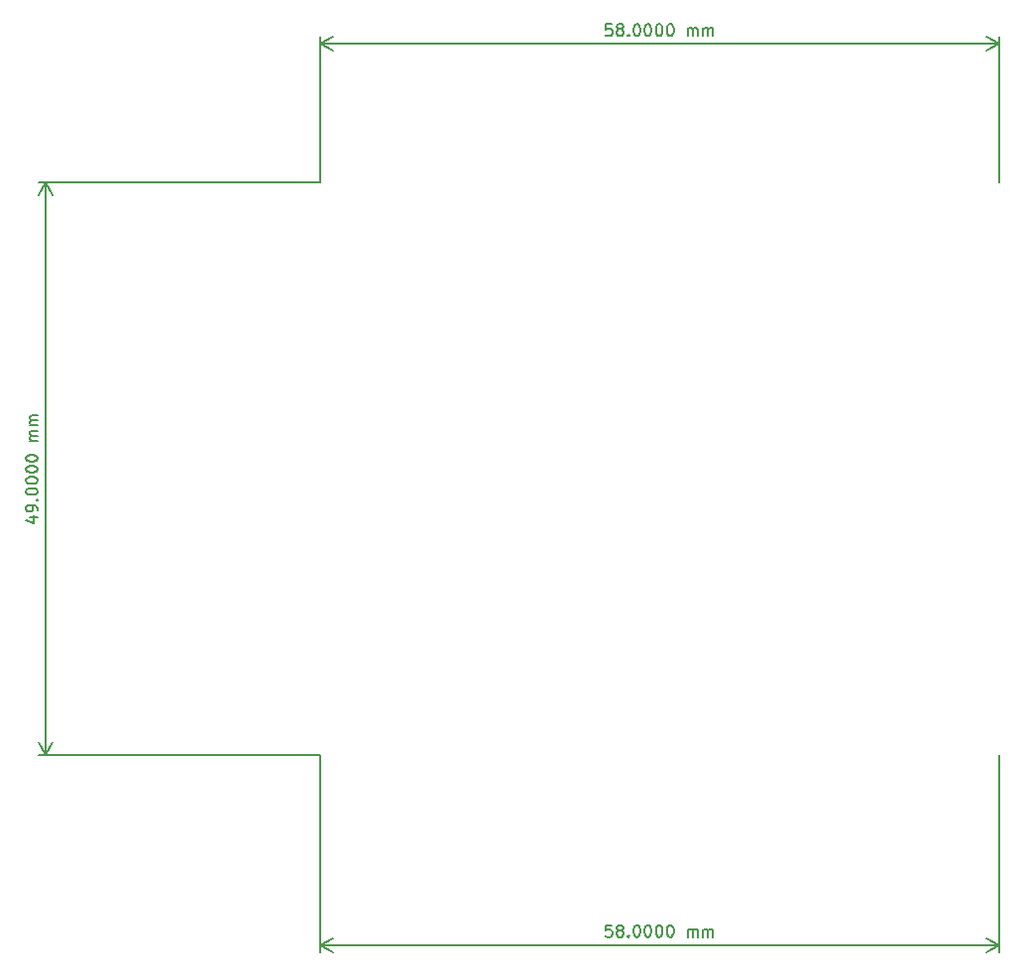
<source format=gbr>
G04 #@! TF.GenerationSoftware,KiCad,Pcbnew,7.0.1*
G04 #@! TF.CreationDate,2023-05-18T20:02:15+01:00*
G04 #@! TF.ProjectId,AnthC,416e7468-432e-46b6-9963-61645f706362,rev?*
G04 #@! TF.SameCoordinates,Original*
G04 #@! TF.FileFunction,Other,ECO1*
%FSLAX46Y46*%
G04 Gerber Fmt 4.6, Leading zero omitted, Abs format (unit mm)*
G04 Created by KiCad (PCBNEW 7.0.1) date 2023-05-18 20:02:15*
%MOMM*%
%LPD*%
G01*
G04 APERTURE LIST*
%ADD10C,0.150000*%
G04 APERTURE END LIST*
D10*
X158695952Y-127142856D02*
X159362619Y-127142856D01*
X158315000Y-127380951D02*
X159029285Y-127619046D01*
X159029285Y-127619046D02*
X159029285Y-126999999D01*
X159362619Y-126571427D02*
X159362619Y-126380951D01*
X159362619Y-126380951D02*
X159315000Y-126285713D01*
X159315000Y-126285713D02*
X159267380Y-126238094D01*
X159267380Y-126238094D02*
X159124523Y-126142856D01*
X159124523Y-126142856D02*
X158934047Y-126095237D01*
X158934047Y-126095237D02*
X158553095Y-126095237D01*
X158553095Y-126095237D02*
X158457857Y-126142856D01*
X158457857Y-126142856D02*
X158410238Y-126190475D01*
X158410238Y-126190475D02*
X158362619Y-126285713D01*
X158362619Y-126285713D02*
X158362619Y-126476189D01*
X158362619Y-126476189D02*
X158410238Y-126571427D01*
X158410238Y-126571427D02*
X158457857Y-126619046D01*
X158457857Y-126619046D02*
X158553095Y-126666665D01*
X158553095Y-126666665D02*
X158791190Y-126666665D01*
X158791190Y-126666665D02*
X158886428Y-126619046D01*
X158886428Y-126619046D02*
X158934047Y-126571427D01*
X158934047Y-126571427D02*
X158981666Y-126476189D01*
X158981666Y-126476189D02*
X158981666Y-126285713D01*
X158981666Y-126285713D02*
X158934047Y-126190475D01*
X158934047Y-126190475D02*
X158886428Y-126142856D01*
X158886428Y-126142856D02*
X158791190Y-126095237D01*
X159267380Y-125666665D02*
X159315000Y-125619046D01*
X159315000Y-125619046D02*
X159362619Y-125666665D01*
X159362619Y-125666665D02*
X159315000Y-125714284D01*
X159315000Y-125714284D02*
X159267380Y-125666665D01*
X159267380Y-125666665D02*
X159362619Y-125666665D01*
X158362619Y-124999999D02*
X158362619Y-124904761D01*
X158362619Y-124904761D02*
X158410238Y-124809523D01*
X158410238Y-124809523D02*
X158457857Y-124761904D01*
X158457857Y-124761904D02*
X158553095Y-124714285D01*
X158553095Y-124714285D02*
X158743571Y-124666666D01*
X158743571Y-124666666D02*
X158981666Y-124666666D01*
X158981666Y-124666666D02*
X159172142Y-124714285D01*
X159172142Y-124714285D02*
X159267380Y-124761904D01*
X159267380Y-124761904D02*
X159315000Y-124809523D01*
X159315000Y-124809523D02*
X159362619Y-124904761D01*
X159362619Y-124904761D02*
X159362619Y-124999999D01*
X159362619Y-124999999D02*
X159315000Y-125095237D01*
X159315000Y-125095237D02*
X159267380Y-125142856D01*
X159267380Y-125142856D02*
X159172142Y-125190475D01*
X159172142Y-125190475D02*
X158981666Y-125238094D01*
X158981666Y-125238094D02*
X158743571Y-125238094D01*
X158743571Y-125238094D02*
X158553095Y-125190475D01*
X158553095Y-125190475D02*
X158457857Y-125142856D01*
X158457857Y-125142856D02*
X158410238Y-125095237D01*
X158410238Y-125095237D02*
X158362619Y-124999999D01*
X158362619Y-124047618D02*
X158362619Y-123952380D01*
X158362619Y-123952380D02*
X158410238Y-123857142D01*
X158410238Y-123857142D02*
X158457857Y-123809523D01*
X158457857Y-123809523D02*
X158553095Y-123761904D01*
X158553095Y-123761904D02*
X158743571Y-123714285D01*
X158743571Y-123714285D02*
X158981666Y-123714285D01*
X158981666Y-123714285D02*
X159172142Y-123761904D01*
X159172142Y-123761904D02*
X159267380Y-123809523D01*
X159267380Y-123809523D02*
X159315000Y-123857142D01*
X159315000Y-123857142D02*
X159362619Y-123952380D01*
X159362619Y-123952380D02*
X159362619Y-124047618D01*
X159362619Y-124047618D02*
X159315000Y-124142856D01*
X159315000Y-124142856D02*
X159267380Y-124190475D01*
X159267380Y-124190475D02*
X159172142Y-124238094D01*
X159172142Y-124238094D02*
X158981666Y-124285713D01*
X158981666Y-124285713D02*
X158743571Y-124285713D01*
X158743571Y-124285713D02*
X158553095Y-124238094D01*
X158553095Y-124238094D02*
X158457857Y-124190475D01*
X158457857Y-124190475D02*
X158410238Y-124142856D01*
X158410238Y-124142856D02*
X158362619Y-124047618D01*
X158362619Y-123095237D02*
X158362619Y-122999999D01*
X158362619Y-122999999D02*
X158410238Y-122904761D01*
X158410238Y-122904761D02*
X158457857Y-122857142D01*
X158457857Y-122857142D02*
X158553095Y-122809523D01*
X158553095Y-122809523D02*
X158743571Y-122761904D01*
X158743571Y-122761904D02*
X158981666Y-122761904D01*
X158981666Y-122761904D02*
X159172142Y-122809523D01*
X159172142Y-122809523D02*
X159267380Y-122857142D01*
X159267380Y-122857142D02*
X159315000Y-122904761D01*
X159315000Y-122904761D02*
X159362619Y-122999999D01*
X159362619Y-122999999D02*
X159362619Y-123095237D01*
X159362619Y-123095237D02*
X159315000Y-123190475D01*
X159315000Y-123190475D02*
X159267380Y-123238094D01*
X159267380Y-123238094D02*
X159172142Y-123285713D01*
X159172142Y-123285713D02*
X158981666Y-123333332D01*
X158981666Y-123333332D02*
X158743571Y-123333332D01*
X158743571Y-123333332D02*
X158553095Y-123285713D01*
X158553095Y-123285713D02*
X158457857Y-123238094D01*
X158457857Y-123238094D02*
X158410238Y-123190475D01*
X158410238Y-123190475D02*
X158362619Y-123095237D01*
X158362619Y-122142856D02*
X158362619Y-122047618D01*
X158362619Y-122047618D02*
X158410238Y-121952380D01*
X158410238Y-121952380D02*
X158457857Y-121904761D01*
X158457857Y-121904761D02*
X158553095Y-121857142D01*
X158553095Y-121857142D02*
X158743571Y-121809523D01*
X158743571Y-121809523D02*
X158981666Y-121809523D01*
X158981666Y-121809523D02*
X159172142Y-121857142D01*
X159172142Y-121857142D02*
X159267380Y-121904761D01*
X159267380Y-121904761D02*
X159315000Y-121952380D01*
X159315000Y-121952380D02*
X159362619Y-122047618D01*
X159362619Y-122047618D02*
X159362619Y-122142856D01*
X159362619Y-122142856D02*
X159315000Y-122238094D01*
X159315000Y-122238094D02*
X159267380Y-122285713D01*
X159267380Y-122285713D02*
X159172142Y-122333332D01*
X159172142Y-122333332D02*
X158981666Y-122380951D01*
X158981666Y-122380951D02*
X158743571Y-122380951D01*
X158743571Y-122380951D02*
X158553095Y-122333332D01*
X158553095Y-122333332D02*
X158457857Y-122285713D01*
X158457857Y-122285713D02*
X158410238Y-122238094D01*
X158410238Y-122238094D02*
X158362619Y-122142856D01*
X159362619Y-120619046D02*
X158695952Y-120619046D01*
X158791190Y-120619046D02*
X158743571Y-120571427D01*
X158743571Y-120571427D02*
X158695952Y-120476189D01*
X158695952Y-120476189D02*
X158695952Y-120333332D01*
X158695952Y-120333332D02*
X158743571Y-120238094D01*
X158743571Y-120238094D02*
X158838809Y-120190475D01*
X158838809Y-120190475D02*
X159362619Y-120190475D01*
X158838809Y-120190475D02*
X158743571Y-120142856D01*
X158743571Y-120142856D02*
X158695952Y-120047618D01*
X158695952Y-120047618D02*
X158695952Y-119904761D01*
X158695952Y-119904761D02*
X158743571Y-119809522D01*
X158743571Y-119809522D02*
X158838809Y-119761903D01*
X158838809Y-119761903D02*
X159362619Y-119761903D01*
X159362619Y-119285713D02*
X158695952Y-119285713D01*
X158791190Y-119285713D02*
X158743571Y-119238094D01*
X158743571Y-119238094D02*
X158695952Y-119142856D01*
X158695952Y-119142856D02*
X158695952Y-118999999D01*
X158695952Y-118999999D02*
X158743571Y-118904761D01*
X158743571Y-118904761D02*
X158838809Y-118857142D01*
X158838809Y-118857142D02*
X159362619Y-118857142D01*
X158838809Y-118857142D02*
X158743571Y-118809523D01*
X158743571Y-118809523D02*
X158695952Y-118714285D01*
X158695952Y-118714285D02*
X158695952Y-118571428D01*
X158695952Y-118571428D02*
X158743571Y-118476189D01*
X158743571Y-118476189D02*
X158838809Y-118428570D01*
X158838809Y-118428570D02*
X159362619Y-118428570D01*
X183500000Y-98500000D02*
X159463580Y-98500000D01*
X183500000Y-147500000D02*
X159463580Y-147500000D01*
X160050000Y-98500000D02*
X160050000Y-147500000D01*
X160050000Y-98500000D02*
X160050000Y-147500000D01*
X160050000Y-98500000D02*
X160636421Y-99626504D01*
X160050000Y-98500000D02*
X159463579Y-99626504D01*
X160050000Y-147500000D02*
X159463579Y-146373496D01*
X160050000Y-147500000D02*
X160636421Y-146373496D01*
X208404762Y-85012619D02*
X207928572Y-85012619D01*
X207928572Y-85012619D02*
X207880953Y-85488809D01*
X207880953Y-85488809D02*
X207928572Y-85441190D01*
X207928572Y-85441190D02*
X208023810Y-85393571D01*
X208023810Y-85393571D02*
X208261905Y-85393571D01*
X208261905Y-85393571D02*
X208357143Y-85441190D01*
X208357143Y-85441190D02*
X208404762Y-85488809D01*
X208404762Y-85488809D02*
X208452381Y-85584047D01*
X208452381Y-85584047D02*
X208452381Y-85822142D01*
X208452381Y-85822142D02*
X208404762Y-85917380D01*
X208404762Y-85917380D02*
X208357143Y-85965000D01*
X208357143Y-85965000D02*
X208261905Y-86012619D01*
X208261905Y-86012619D02*
X208023810Y-86012619D01*
X208023810Y-86012619D02*
X207928572Y-85965000D01*
X207928572Y-85965000D02*
X207880953Y-85917380D01*
X209023810Y-85441190D02*
X208928572Y-85393571D01*
X208928572Y-85393571D02*
X208880953Y-85345952D01*
X208880953Y-85345952D02*
X208833334Y-85250714D01*
X208833334Y-85250714D02*
X208833334Y-85203095D01*
X208833334Y-85203095D02*
X208880953Y-85107857D01*
X208880953Y-85107857D02*
X208928572Y-85060238D01*
X208928572Y-85060238D02*
X209023810Y-85012619D01*
X209023810Y-85012619D02*
X209214286Y-85012619D01*
X209214286Y-85012619D02*
X209309524Y-85060238D01*
X209309524Y-85060238D02*
X209357143Y-85107857D01*
X209357143Y-85107857D02*
X209404762Y-85203095D01*
X209404762Y-85203095D02*
X209404762Y-85250714D01*
X209404762Y-85250714D02*
X209357143Y-85345952D01*
X209357143Y-85345952D02*
X209309524Y-85393571D01*
X209309524Y-85393571D02*
X209214286Y-85441190D01*
X209214286Y-85441190D02*
X209023810Y-85441190D01*
X209023810Y-85441190D02*
X208928572Y-85488809D01*
X208928572Y-85488809D02*
X208880953Y-85536428D01*
X208880953Y-85536428D02*
X208833334Y-85631666D01*
X208833334Y-85631666D02*
X208833334Y-85822142D01*
X208833334Y-85822142D02*
X208880953Y-85917380D01*
X208880953Y-85917380D02*
X208928572Y-85965000D01*
X208928572Y-85965000D02*
X209023810Y-86012619D01*
X209023810Y-86012619D02*
X209214286Y-86012619D01*
X209214286Y-86012619D02*
X209309524Y-85965000D01*
X209309524Y-85965000D02*
X209357143Y-85917380D01*
X209357143Y-85917380D02*
X209404762Y-85822142D01*
X209404762Y-85822142D02*
X209404762Y-85631666D01*
X209404762Y-85631666D02*
X209357143Y-85536428D01*
X209357143Y-85536428D02*
X209309524Y-85488809D01*
X209309524Y-85488809D02*
X209214286Y-85441190D01*
X209833334Y-85917380D02*
X209880953Y-85965000D01*
X209880953Y-85965000D02*
X209833334Y-86012619D01*
X209833334Y-86012619D02*
X209785715Y-85965000D01*
X209785715Y-85965000D02*
X209833334Y-85917380D01*
X209833334Y-85917380D02*
X209833334Y-86012619D01*
X210500000Y-85012619D02*
X210595238Y-85012619D01*
X210595238Y-85012619D02*
X210690476Y-85060238D01*
X210690476Y-85060238D02*
X210738095Y-85107857D01*
X210738095Y-85107857D02*
X210785714Y-85203095D01*
X210785714Y-85203095D02*
X210833333Y-85393571D01*
X210833333Y-85393571D02*
X210833333Y-85631666D01*
X210833333Y-85631666D02*
X210785714Y-85822142D01*
X210785714Y-85822142D02*
X210738095Y-85917380D01*
X210738095Y-85917380D02*
X210690476Y-85965000D01*
X210690476Y-85965000D02*
X210595238Y-86012619D01*
X210595238Y-86012619D02*
X210500000Y-86012619D01*
X210500000Y-86012619D02*
X210404762Y-85965000D01*
X210404762Y-85965000D02*
X210357143Y-85917380D01*
X210357143Y-85917380D02*
X210309524Y-85822142D01*
X210309524Y-85822142D02*
X210261905Y-85631666D01*
X210261905Y-85631666D02*
X210261905Y-85393571D01*
X210261905Y-85393571D02*
X210309524Y-85203095D01*
X210309524Y-85203095D02*
X210357143Y-85107857D01*
X210357143Y-85107857D02*
X210404762Y-85060238D01*
X210404762Y-85060238D02*
X210500000Y-85012619D01*
X211452381Y-85012619D02*
X211547619Y-85012619D01*
X211547619Y-85012619D02*
X211642857Y-85060238D01*
X211642857Y-85060238D02*
X211690476Y-85107857D01*
X211690476Y-85107857D02*
X211738095Y-85203095D01*
X211738095Y-85203095D02*
X211785714Y-85393571D01*
X211785714Y-85393571D02*
X211785714Y-85631666D01*
X211785714Y-85631666D02*
X211738095Y-85822142D01*
X211738095Y-85822142D02*
X211690476Y-85917380D01*
X211690476Y-85917380D02*
X211642857Y-85965000D01*
X211642857Y-85965000D02*
X211547619Y-86012619D01*
X211547619Y-86012619D02*
X211452381Y-86012619D01*
X211452381Y-86012619D02*
X211357143Y-85965000D01*
X211357143Y-85965000D02*
X211309524Y-85917380D01*
X211309524Y-85917380D02*
X211261905Y-85822142D01*
X211261905Y-85822142D02*
X211214286Y-85631666D01*
X211214286Y-85631666D02*
X211214286Y-85393571D01*
X211214286Y-85393571D02*
X211261905Y-85203095D01*
X211261905Y-85203095D02*
X211309524Y-85107857D01*
X211309524Y-85107857D02*
X211357143Y-85060238D01*
X211357143Y-85060238D02*
X211452381Y-85012619D01*
X212404762Y-85012619D02*
X212500000Y-85012619D01*
X212500000Y-85012619D02*
X212595238Y-85060238D01*
X212595238Y-85060238D02*
X212642857Y-85107857D01*
X212642857Y-85107857D02*
X212690476Y-85203095D01*
X212690476Y-85203095D02*
X212738095Y-85393571D01*
X212738095Y-85393571D02*
X212738095Y-85631666D01*
X212738095Y-85631666D02*
X212690476Y-85822142D01*
X212690476Y-85822142D02*
X212642857Y-85917380D01*
X212642857Y-85917380D02*
X212595238Y-85965000D01*
X212595238Y-85965000D02*
X212500000Y-86012619D01*
X212500000Y-86012619D02*
X212404762Y-86012619D01*
X212404762Y-86012619D02*
X212309524Y-85965000D01*
X212309524Y-85965000D02*
X212261905Y-85917380D01*
X212261905Y-85917380D02*
X212214286Y-85822142D01*
X212214286Y-85822142D02*
X212166667Y-85631666D01*
X212166667Y-85631666D02*
X212166667Y-85393571D01*
X212166667Y-85393571D02*
X212214286Y-85203095D01*
X212214286Y-85203095D02*
X212261905Y-85107857D01*
X212261905Y-85107857D02*
X212309524Y-85060238D01*
X212309524Y-85060238D02*
X212404762Y-85012619D01*
X213357143Y-85012619D02*
X213452381Y-85012619D01*
X213452381Y-85012619D02*
X213547619Y-85060238D01*
X213547619Y-85060238D02*
X213595238Y-85107857D01*
X213595238Y-85107857D02*
X213642857Y-85203095D01*
X213642857Y-85203095D02*
X213690476Y-85393571D01*
X213690476Y-85393571D02*
X213690476Y-85631666D01*
X213690476Y-85631666D02*
X213642857Y-85822142D01*
X213642857Y-85822142D02*
X213595238Y-85917380D01*
X213595238Y-85917380D02*
X213547619Y-85965000D01*
X213547619Y-85965000D02*
X213452381Y-86012619D01*
X213452381Y-86012619D02*
X213357143Y-86012619D01*
X213357143Y-86012619D02*
X213261905Y-85965000D01*
X213261905Y-85965000D02*
X213214286Y-85917380D01*
X213214286Y-85917380D02*
X213166667Y-85822142D01*
X213166667Y-85822142D02*
X213119048Y-85631666D01*
X213119048Y-85631666D02*
X213119048Y-85393571D01*
X213119048Y-85393571D02*
X213166667Y-85203095D01*
X213166667Y-85203095D02*
X213214286Y-85107857D01*
X213214286Y-85107857D02*
X213261905Y-85060238D01*
X213261905Y-85060238D02*
X213357143Y-85012619D01*
X214880953Y-86012619D02*
X214880953Y-85345952D01*
X214880953Y-85441190D02*
X214928572Y-85393571D01*
X214928572Y-85393571D02*
X215023810Y-85345952D01*
X215023810Y-85345952D02*
X215166667Y-85345952D01*
X215166667Y-85345952D02*
X215261905Y-85393571D01*
X215261905Y-85393571D02*
X215309524Y-85488809D01*
X215309524Y-85488809D02*
X215309524Y-86012619D01*
X215309524Y-85488809D02*
X215357143Y-85393571D01*
X215357143Y-85393571D02*
X215452381Y-85345952D01*
X215452381Y-85345952D02*
X215595238Y-85345952D01*
X215595238Y-85345952D02*
X215690477Y-85393571D01*
X215690477Y-85393571D02*
X215738096Y-85488809D01*
X215738096Y-85488809D02*
X215738096Y-86012619D01*
X216214286Y-86012619D02*
X216214286Y-85345952D01*
X216214286Y-85441190D02*
X216261905Y-85393571D01*
X216261905Y-85393571D02*
X216357143Y-85345952D01*
X216357143Y-85345952D02*
X216500000Y-85345952D01*
X216500000Y-85345952D02*
X216595238Y-85393571D01*
X216595238Y-85393571D02*
X216642857Y-85488809D01*
X216642857Y-85488809D02*
X216642857Y-86012619D01*
X216642857Y-85488809D02*
X216690476Y-85393571D01*
X216690476Y-85393571D02*
X216785714Y-85345952D01*
X216785714Y-85345952D02*
X216928571Y-85345952D01*
X216928571Y-85345952D02*
X217023810Y-85393571D01*
X217023810Y-85393571D02*
X217071429Y-85488809D01*
X217071429Y-85488809D02*
X217071429Y-86012619D01*
X241500000Y-98500000D02*
X241500000Y-86113580D01*
X183500000Y-98500000D02*
X183500000Y-86113580D01*
X241500000Y-86700000D02*
X183500000Y-86700000D01*
X241500000Y-86700000D02*
X183500000Y-86700000D01*
X241500000Y-86700000D02*
X240373496Y-87286421D01*
X241500000Y-86700000D02*
X240373496Y-86113579D01*
X183500000Y-86700000D02*
X184626504Y-86113579D01*
X183500000Y-86700000D02*
X184626504Y-87286421D01*
X208404762Y-162012618D02*
X207928572Y-162012618D01*
X207928572Y-162012618D02*
X207880953Y-162488808D01*
X207880953Y-162488808D02*
X207928572Y-162441189D01*
X207928572Y-162441189D02*
X208023810Y-162393570D01*
X208023810Y-162393570D02*
X208261905Y-162393570D01*
X208261905Y-162393570D02*
X208357143Y-162441189D01*
X208357143Y-162441189D02*
X208404762Y-162488808D01*
X208404762Y-162488808D02*
X208452381Y-162584046D01*
X208452381Y-162584046D02*
X208452381Y-162822141D01*
X208452381Y-162822141D02*
X208404762Y-162917379D01*
X208404762Y-162917379D02*
X208357143Y-162964999D01*
X208357143Y-162964999D02*
X208261905Y-163012618D01*
X208261905Y-163012618D02*
X208023810Y-163012618D01*
X208023810Y-163012618D02*
X207928572Y-162964999D01*
X207928572Y-162964999D02*
X207880953Y-162917379D01*
X209023810Y-162441189D02*
X208928572Y-162393570D01*
X208928572Y-162393570D02*
X208880953Y-162345951D01*
X208880953Y-162345951D02*
X208833334Y-162250713D01*
X208833334Y-162250713D02*
X208833334Y-162203094D01*
X208833334Y-162203094D02*
X208880953Y-162107856D01*
X208880953Y-162107856D02*
X208928572Y-162060237D01*
X208928572Y-162060237D02*
X209023810Y-162012618D01*
X209023810Y-162012618D02*
X209214286Y-162012618D01*
X209214286Y-162012618D02*
X209309524Y-162060237D01*
X209309524Y-162060237D02*
X209357143Y-162107856D01*
X209357143Y-162107856D02*
X209404762Y-162203094D01*
X209404762Y-162203094D02*
X209404762Y-162250713D01*
X209404762Y-162250713D02*
X209357143Y-162345951D01*
X209357143Y-162345951D02*
X209309524Y-162393570D01*
X209309524Y-162393570D02*
X209214286Y-162441189D01*
X209214286Y-162441189D02*
X209023810Y-162441189D01*
X209023810Y-162441189D02*
X208928572Y-162488808D01*
X208928572Y-162488808D02*
X208880953Y-162536427D01*
X208880953Y-162536427D02*
X208833334Y-162631665D01*
X208833334Y-162631665D02*
X208833334Y-162822141D01*
X208833334Y-162822141D02*
X208880953Y-162917379D01*
X208880953Y-162917379D02*
X208928572Y-162964999D01*
X208928572Y-162964999D02*
X209023810Y-163012618D01*
X209023810Y-163012618D02*
X209214286Y-163012618D01*
X209214286Y-163012618D02*
X209309524Y-162964999D01*
X209309524Y-162964999D02*
X209357143Y-162917379D01*
X209357143Y-162917379D02*
X209404762Y-162822141D01*
X209404762Y-162822141D02*
X209404762Y-162631665D01*
X209404762Y-162631665D02*
X209357143Y-162536427D01*
X209357143Y-162536427D02*
X209309524Y-162488808D01*
X209309524Y-162488808D02*
X209214286Y-162441189D01*
X209833334Y-162917379D02*
X209880953Y-162964999D01*
X209880953Y-162964999D02*
X209833334Y-163012618D01*
X209833334Y-163012618D02*
X209785715Y-162964999D01*
X209785715Y-162964999D02*
X209833334Y-162917379D01*
X209833334Y-162917379D02*
X209833334Y-163012618D01*
X210500000Y-162012618D02*
X210595238Y-162012618D01*
X210595238Y-162012618D02*
X210690476Y-162060237D01*
X210690476Y-162060237D02*
X210738095Y-162107856D01*
X210738095Y-162107856D02*
X210785714Y-162203094D01*
X210785714Y-162203094D02*
X210833333Y-162393570D01*
X210833333Y-162393570D02*
X210833333Y-162631665D01*
X210833333Y-162631665D02*
X210785714Y-162822141D01*
X210785714Y-162822141D02*
X210738095Y-162917379D01*
X210738095Y-162917379D02*
X210690476Y-162964999D01*
X210690476Y-162964999D02*
X210595238Y-163012618D01*
X210595238Y-163012618D02*
X210500000Y-163012618D01*
X210500000Y-163012618D02*
X210404762Y-162964999D01*
X210404762Y-162964999D02*
X210357143Y-162917379D01*
X210357143Y-162917379D02*
X210309524Y-162822141D01*
X210309524Y-162822141D02*
X210261905Y-162631665D01*
X210261905Y-162631665D02*
X210261905Y-162393570D01*
X210261905Y-162393570D02*
X210309524Y-162203094D01*
X210309524Y-162203094D02*
X210357143Y-162107856D01*
X210357143Y-162107856D02*
X210404762Y-162060237D01*
X210404762Y-162060237D02*
X210500000Y-162012618D01*
X211452381Y-162012618D02*
X211547619Y-162012618D01*
X211547619Y-162012618D02*
X211642857Y-162060237D01*
X211642857Y-162060237D02*
X211690476Y-162107856D01*
X211690476Y-162107856D02*
X211738095Y-162203094D01*
X211738095Y-162203094D02*
X211785714Y-162393570D01*
X211785714Y-162393570D02*
X211785714Y-162631665D01*
X211785714Y-162631665D02*
X211738095Y-162822141D01*
X211738095Y-162822141D02*
X211690476Y-162917379D01*
X211690476Y-162917379D02*
X211642857Y-162964999D01*
X211642857Y-162964999D02*
X211547619Y-163012618D01*
X211547619Y-163012618D02*
X211452381Y-163012618D01*
X211452381Y-163012618D02*
X211357143Y-162964999D01*
X211357143Y-162964999D02*
X211309524Y-162917379D01*
X211309524Y-162917379D02*
X211261905Y-162822141D01*
X211261905Y-162822141D02*
X211214286Y-162631665D01*
X211214286Y-162631665D02*
X211214286Y-162393570D01*
X211214286Y-162393570D02*
X211261905Y-162203094D01*
X211261905Y-162203094D02*
X211309524Y-162107856D01*
X211309524Y-162107856D02*
X211357143Y-162060237D01*
X211357143Y-162060237D02*
X211452381Y-162012618D01*
X212404762Y-162012618D02*
X212500000Y-162012618D01*
X212500000Y-162012618D02*
X212595238Y-162060237D01*
X212595238Y-162060237D02*
X212642857Y-162107856D01*
X212642857Y-162107856D02*
X212690476Y-162203094D01*
X212690476Y-162203094D02*
X212738095Y-162393570D01*
X212738095Y-162393570D02*
X212738095Y-162631665D01*
X212738095Y-162631665D02*
X212690476Y-162822141D01*
X212690476Y-162822141D02*
X212642857Y-162917379D01*
X212642857Y-162917379D02*
X212595238Y-162964999D01*
X212595238Y-162964999D02*
X212500000Y-163012618D01*
X212500000Y-163012618D02*
X212404762Y-163012618D01*
X212404762Y-163012618D02*
X212309524Y-162964999D01*
X212309524Y-162964999D02*
X212261905Y-162917379D01*
X212261905Y-162917379D02*
X212214286Y-162822141D01*
X212214286Y-162822141D02*
X212166667Y-162631665D01*
X212166667Y-162631665D02*
X212166667Y-162393570D01*
X212166667Y-162393570D02*
X212214286Y-162203094D01*
X212214286Y-162203094D02*
X212261905Y-162107856D01*
X212261905Y-162107856D02*
X212309524Y-162060237D01*
X212309524Y-162060237D02*
X212404762Y-162012618D01*
X213357143Y-162012618D02*
X213452381Y-162012618D01*
X213452381Y-162012618D02*
X213547619Y-162060237D01*
X213547619Y-162060237D02*
X213595238Y-162107856D01*
X213595238Y-162107856D02*
X213642857Y-162203094D01*
X213642857Y-162203094D02*
X213690476Y-162393570D01*
X213690476Y-162393570D02*
X213690476Y-162631665D01*
X213690476Y-162631665D02*
X213642857Y-162822141D01*
X213642857Y-162822141D02*
X213595238Y-162917379D01*
X213595238Y-162917379D02*
X213547619Y-162964999D01*
X213547619Y-162964999D02*
X213452381Y-163012618D01*
X213452381Y-163012618D02*
X213357143Y-163012618D01*
X213357143Y-163012618D02*
X213261905Y-162964999D01*
X213261905Y-162964999D02*
X213214286Y-162917379D01*
X213214286Y-162917379D02*
X213166667Y-162822141D01*
X213166667Y-162822141D02*
X213119048Y-162631665D01*
X213119048Y-162631665D02*
X213119048Y-162393570D01*
X213119048Y-162393570D02*
X213166667Y-162203094D01*
X213166667Y-162203094D02*
X213214286Y-162107856D01*
X213214286Y-162107856D02*
X213261905Y-162060237D01*
X213261905Y-162060237D02*
X213357143Y-162012618D01*
X214880953Y-163012618D02*
X214880953Y-162345951D01*
X214880953Y-162441189D02*
X214928572Y-162393570D01*
X214928572Y-162393570D02*
X215023810Y-162345951D01*
X215023810Y-162345951D02*
X215166667Y-162345951D01*
X215166667Y-162345951D02*
X215261905Y-162393570D01*
X215261905Y-162393570D02*
X215309524Y-162488808D01*
X215309524Y-162488808D02*
X215309524Y-163012618D01*
X215309524Y-162488808D02*
X215357143Y-162393570D01*
X215357143Y-162393570D02*
X215452381Y-162345951D01*
X215452381Y-162345951D02*
X215595238Y-162345951D01*
X215595238Y-162345951D02*
X215690477Y-162393570D01*
X215690477Y-162393570D02*
X215738096Y-162488808D01*
X215738096Y-162488808D02*
X215738096Y-163012618D01*
X216214286Y-163012618D02*
X216214286Y-162345951D01*
X216214286Y-162441189D02*
X216261905Y-162393570D01*
X216261905Y-162393570D02*
X216357143Y-162345951D01*
X216357143Y-162345951D02*
X216500000Y-162345951D01*
X216500000Y-162345951D02*
X216595238Y-162393570D01*
X216595238Y-162393570D02*
X216642857Y-162488808D01*
X216642857Y-162488808D02*
X216642857Y-163012618D01*
X216642857Y-162488808D02*
X216690476Y-162393570D01*
X216690476Y-162393570D02*
X216785714Y-162345951D01*
X216785714Y-162345951D02*
X216928571Y-162345951D01*
X216928571Y-162345951D02*
X217023810Y-162393570D01*
X217023810Y-162393570D02*
X217071429Y-162488808D01*
X217071429Y-162488808D02*
X217071429Y-163012618D01*
X241500000Y-147500000D02*
X241500000Y-164286419D01*
X183500000Y-147500000D02*
X183500000Y-164286419D01*
X241500000Y-163699999D02*
X183500000Y-163699999D01*
X241500000Y-163699999D02*
X183500000Y-163699999D01*
X241500000Y-163699999D02*
X240373496Y-164286420D01*
X241500000Y-163699999D02*
X240373496Y-163113578D01*
X183500000Y-163699999D02*
X184626504Y-163113578D01*
X183500000Y-163699999D02*
X184626504Y-164286420D01*
M02*

</source>
